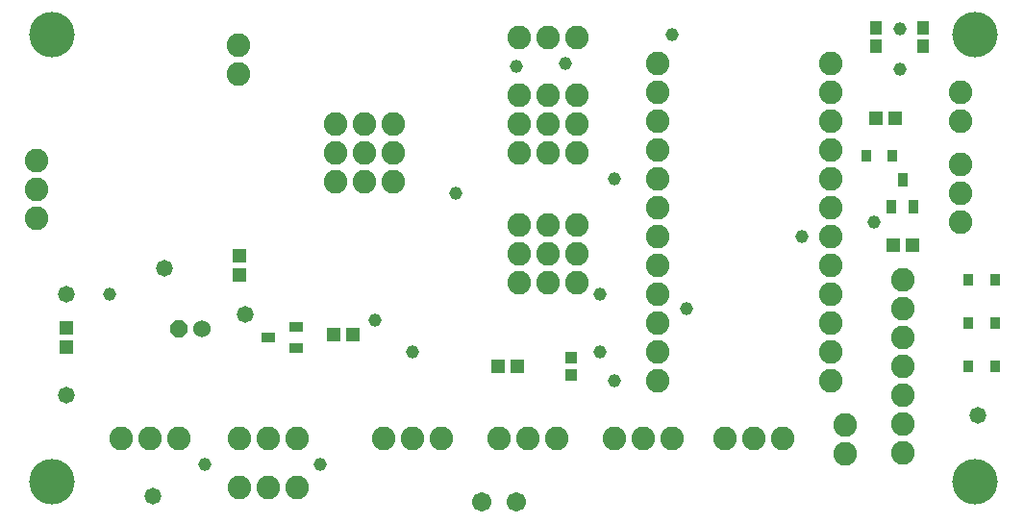
<source format=gbr>
G04 EAGLE Gerber RS-274X export*
G75*
%MOMM*%
%FSLAX34Y34*%
%LPD*%
%INSoldermask Top*%
%IPPOS*%
%AMOC8*
5,1,8,0,0,1.08239X$1,22.5*%
G01*
%ADD10C,4.000500*%
%ADD11C,2.082800*%
%ADD12R,0.833200X1.033200*%
%ADD13R,1.103200X1.203200*%
%ADD14R,1.203200X1.303200*%
%ADD15R,1.003200X1.003200*%
%ADD16R,1.303200X1.203200*%
%ADD17C,1.473200*%
%ADD18R,1.203200X0.903200*%
%ADD19R,0.903200X1.203200*%
%ADD20P,1.649562X8X202.500000*%
%ADD21C,1.524000*%
%ADD22C,1.159600*%
%ADD23C,1.703200*%


D10*
X38100Y431800D03*
X38100Y38100D03*
X850900Y431800D03*
X850900Y38100D03*
D11*
X571500Y406400D03*
X571500Y381000D03*
X571500Y355600D03*
X571500Y330200D03*
X571500Y304800D03*
X571500Y279400D03*
X571500Y254000D03*
X571500Y228600D03*
X571500Y203200D03*
X571500Y177800D03*
X571500Y152400D03*
X571500Y127000D03*
X723900Y127000D03*
X723900Y152400D03*
X723900Y177800D03*
X723900Y203200D03*
X723900Y228600D03*
X723900Y254000D03*
X723900Y279400D03*
X723900Y304800D03*
X723900Y330200D03*
X723900Y355600D03*
X723900Y381000D03*
X723900Y406400D03*
X681990Y76200D03*
X656590Y76200D03*
X631190Y76200D03*
X500380Y327660D03*
X474980Y327660D03*
X449580Y327660D03*
X500380Y353060D03*
X474980Y353060D03*
X449580Y353060D03*
X500380Y378460D03*
X474980Y378460D03*
X449580Y378460D03*
X500380Y213360D03*
X474980Y213360D03*
X449580Y213360D03*
X500380Y238760D03*
X474980Y238760D03*
X449580Y238760D03*
X500380Y264160D03*
X474980Y264160D03*
X449580Y264160D03*
X381000Y76200D03*
X355600Y76200D03*
X330200Y76200D03*
X482600Y76200D03*
X457200Y76200D03*
X431800Y76200D03*
X584200Y76200D03*
X558800Y76200D03*
X533400Y76200D03*
X288290Y302260D03*
X313690Y302260D03*
X339090Y302260D03*
X288290Y327660D03*
X313690Y327660D03*
X339090Y327660D03*
X288290Y353060D03*
X313690Y353060D03*
X339090Y353060D03*
X500380Y429260D03*
X474980Y429260D03*
X449580Y429260D03*
X149860Y76200D03*
X124460Y76200D03*
X99060Y76200D03*
X787400Y215900D03*
X787400Y190500D03*
X787400Y165100D03*
X787400Y139700D03*
X787400Y114300D03*
X787400Y88900D03*
X787400Y63500D03*
X736600Y62230D03*
X736600Y87630D03*
D12*
X868750Y215900D03*
X845750Y215900D03*
X868750Y177800D03*
X845750Y177800D03*
X868750Y139700D03*
X845750Y139700D03*
D11*
X24638Y270002D03*
X24638Y295402D03*
X24638Y320802D03*
X202438Y422402D03*
X202438Y397002D03*
D13*
X764360Y437260D03*
X764360Y421260D03*
X805360Y421260D03*
X805360Y437260D03*
D14*
X763660Y358140D03*
X780660Y358140D03*
X286140Y167640D03*
X303140Y167640D03*
D15*
X495300Y132200D03*
X495300Y147200D03*
D14*
X447920Y139700D03*
X430920Y139700D03*
D16*
X203200Y237100D03*
X203200Y220100D03*
D17*
X137160Y226060D03*
D16*
X50800Y173600D03*
X50800Y156600D03*
D18*
X229300Y165100D03*
X253300Y155600D03*
X253300Y174600D03*
D11*
X203200Y76200D03*
X228600Y76200D03*
X254000Y76200D03*
D17*
X50800Y203200D03*
X50800Y114300D03*
X208280Y185420D03*
D12*
X755580Y325120D03*
X778580Y325120D03*
D17*
X127000Y25400D03*
D19*
X787400Y304100D03*
X777900Y280100D03*
X796900Y280100D03*
D17*
X853440Y96520D03*
D11*
X838200Y266700D03*
X838200Y292100D03*
X838200Y317500D03*
X838200Y381000D03*
X838200Y355600D03*
D14*
X778900Y246380D03*
X795900Y246380D03*
D20*
X149860Y172720D03*
D21*
X170180Y172720D03*
D11*
X203200Y33020D03*
X228600Y33020D03*
X254000Y33020D03*
D22*
X322580Y180340D03*
D23*
X416560Y20320D03*
D22*
X784860Y436880D03*
D23*
X447040Y20320D03*
D22*
X447040Y403860D03*
X172720Y53340D03*
X274320Y53340D03*
X490220Y406400D03*
X355600Y152400D03*
X88900Y203200D03*
X584200Y431800D03*
X698500Y254000D03*
X393700Y292100D03*
X533400Y304800D03*
X533400Y127000D03*
X520700Y152400D03*
X520700Y203200D03*
X596900Y190500D03*
X784860Y401320D03*
X762000Y266700D03*
M02*

</source>
